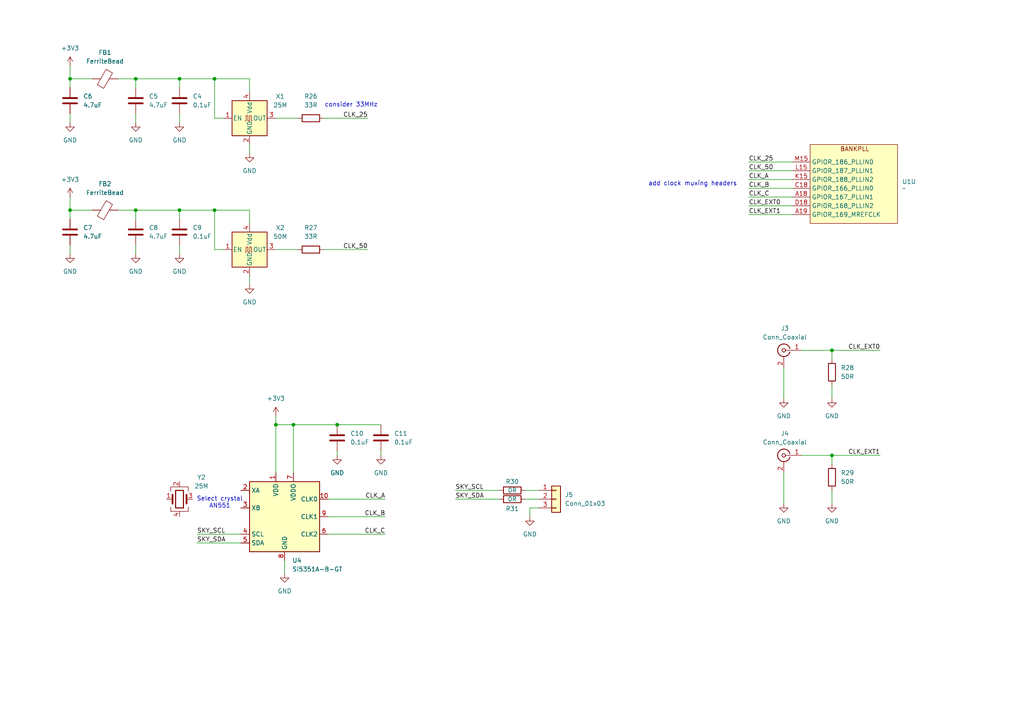
<source format=kicad_sch>
(kicad_sch (version 20231120) (generator "eeschema") (generator_version "8.0")
  (paper "A4")
  (junction (at 20.32 60.96))
  (junction (at 52.07 60.96))
  (junction (at 39.37 22.86))
  (junction (at 97.79 123.19))
  (junction (at 62.23 22.86))
  (junction (at 85.09 123.19))
  (junction (at 62.23 60.96))
  (junction (at 80.01 123.19))
  (junction (at 20.32 22.86))
  (junction (at 241.3 132.08))
  (junction (at 241.3 101.6))
  (junction (at 52.07 22.86))
  (junction (at 39.37 60.96))
  (wire (pts (xy 62.23 60.96) (xy 62.23 72.39)))
  (wire (pts (xy 39.37 22.86) (xy 39.37 25.4)))
  (wire (pts (xy 97.79 123.19) (xy 110.49 123.19)))
  (wire (pts (xy 39.37 33.02) (xy 39.37 35.56)))
  (wire (pts (xy 232.41 132.08) (xy 241.3 132.08)))
  (wire (pts (xy 95.25 149.86) (xy 111.76 149.86)))
  (wire (pts (xy 52.07 33.02) (xy 52.07 35.56)))
  (wire (pts (xy 93.98 72.39) (xy 106.68 72.39)))
  (wire (pts (xy 229.87 46.99) (xy 217.17 46.99)))
  (wire (pts (xy 153.67 147.32) (xy 156.21 147.32)))
  (wire (pts (xy 82.55 162.56) (xy 82.55 166.37)))
  (wire (pts (xy 72.39 60.96) (xy 62.23 60.96)))
  (wire (pts (xy 52.07 22.86) (xy 62.23 22.86)))
  (wire (pts (xy 227.33 106.68) (xy 227.33 115.57)))
  (wire (pts (xy 229.87 54.61) (xy 217.17 54.61)))
  (wire (pts (xy 20.32 57.15) (xy 20.32 60.96)))
  (wire (pts (xy 229.87 49.53) (xy 217.17 49.53)))
  (wire (pts (xy 72.39 64.77) (xy 72.39 60.96)))
  (wire (pts (xy 80.01 72.39) (xy 86.36 72.39)))
  (wire (pts (xy 152.4 144.78) (xy 156.21 144.78)))
  (wire (pts (xy 80.01 123.19) (xy 85.09 123.19)))
  (wire (pts (xy 153.67 149.86) (xy 153.67 147.32)))
  (wire (pts (xy 20.32 33.02) (xy 20.32 35.56)))
  (wire (pts (xy 72.39 41.91) (xy 72.39 44.45)))
  (wire (pts (xy 39.37 60.96) (xy 39.37 63.5)))
  (wire (pts (xy 34.29 60.96) (xy 39.37 60.96)))
  (wire (pts (xy 20.32 22.86) (xy 26.67 22.86)))
  (wire (pts (xy 241.3 101.6) (xy 255.27 101.6)))
  (wire (pts (xy 52.07 22.86) (xy 52.07 25.4)))
  (wire (pts (xy 229.87 57.15) (xy 217.17 57.15)))
  (wire (pts (xy 62.23 22.86) (xy 62.23 34.29)))
  (wire (pts (xy 52.07 60.96) (xy 62.23 60.96)))
  (wire (pts (xy 20.32 22.86) (xy 20.32 25.4)))
  (wire (pts (xy 80.01 137.16) (xy 80.01 123.19)))
  (wire (pts (xy 72.39 22.86) (xy 62.23 22.86)))
  (wire (pts (xy 20.32 19.05) (xy 20.32 22.86)))
  (wire (pts (xy 20.32 71.12) (xy 20.32 73.66)))
  (wire (pts (xy 85.09 137.16) (xy 85.09 123.19)))
  (wire (pts (xy 39.37 22.86) (xy 52.07 22.86)))
  (wire (pts (xy 20.32 60.96) (xy 26.67 60.96)))
  (wire (pts (xy 227.33 137.16) (xy 227.33 146.05)))
  (wire (pts (xy 39.37 71.12) (xy 39.37 73.66)))
  (wire (pts (xy 20.32 60.96) (xy 20.32 63.5)))
  (wire (pts (xy 52.07 60.96) (xy 52.07 63.5)))
  (wire (pts (xy 62.23 34.29) (xy 64.77 34.29)))
  (wire (pts (xy 34.29 22.86) (xy 39.37 22.86)))
  (wire (pts (xy 229.87 59.69) (xy 217.17 59.69)))
  (wire (pts (xy 232.41 101.6) (xy 241.3 101.6)))
  (wire (pts (xy 132.08 142.24) (xy 144.78 142.24)))
  (wire (pts (xy 93.98 34.29) (xy 106.68 34.29)))
  (wire (pts (xy 241.3 101.6) (xy 241.3 104.14)))
  (wire (pts (xy 95.25 144.78) (xy 111.76 144.78)))
  (wire (pts (xy 110.49 130.81) (xy 110.49 132.08)))
  (wire (pts (xy 39.37 60.96) (xy 52.07 60.96)))
  (wire (pts (xy 72.39 80.01) (xy 72.39 82.55)))
  (wire (pts (xy 241.3 132.08) (xy 241.3 134.62)))
  (wire (pts (xy 80.01 34.29) (xy 86.36 34.29)))
  (wire (pts (xy 132.08 144.78) (xy 144.78 144.78)))
  (wire (pts (xy 85.09 123.19) (xy 97.79 123.19)))
  (wire (pts (xy 229.87 62.23) (xy 217.17 62.23)))
  (wire (pts (xy 241.3 111.76) (xy 241.3 115.57)))
  (wire (pts (xy 241.3 142.24) (xy 241.3 146.05)))
  (wire (pts (xy 229.87 52.07) (xy 217.17 52.07)))
  (wire (pts (xy 97.79 130.81) (xy 97.79 132.08)))
  (wire (pts (xy 241.3 132.08) (xy 255.27 132.08)))
  (wire (pts (xy 72.39 26.67) (xy 72.39 22.86)))
  (wire (pts (xy 57.15 157.48) (xy 69.85 157.48)))
  (wire (pts (xy 62.23 72.39) (xy 64.77 72.39)))
  (wire (pts (xy 57.15 154.94) (xy 69.85 154.94)))
  (wire (pts (xy 95.25 154.94) (xy 111.76 154.94)))
  (wire (pts (xy 52.07 71.12) (xy 52.07 73.66)))
  (wire (pts (xy 152.4 142.24) (xy 156.21 142.24)))
  (wire (pts (xy 80.01 120.65) (xy 80.01 123.19)))
  (text "add clock muxing headers" (at 200.914 53.34 0) (effects (font (size 1.27 1.27))))
  (text "Select crystal\nAN551" (at 63.754 145.796 0) (effects (font (size 1.27 1.27))))
  (text "consider 33MHz" (at 101.854 30.48 0) (effects (font (size 1.27 1.27))))
  (label "CLK_25" (at 106.68 34.29 180))
  (label "CLK_B" (at 111.76 149.86 180))
  (label "SKY_SDA" (at 132.08 144.78 0))
  (label "CLK_EXT1" (at 255.27 132.08 180))
  (label "CLK_C" (at 111.76 154.94 180))
  (label "SKY_SDA" (at 57.15 157.48 0))
  (label "CLK_50" (at 217.17 49.53 0))
  (label "CLK_EXT1" (at 217.17 62.23 0))
  (label "CLK_A" (at 217.17 52.07 0))
  (label "CLK_A" (at 111.76 144.78 180))
  (label "CLK_B" (at 217.17 54.61 0))
  (label "CLK_25" (at 217.17 46.99 0))
  (label "CLK_EXT0" (at 217.17 59.69 0))
  (label "CLK_50" (at 106.68 72.39 180))
  (label "CLK_EXT0" (at 255.27 101.6 180))
  (label "CLK_C" (at 217.17 57.15 0))
  (label "SKY_SCL" (at 132.08 142.24 0))
  (label "SKY_SCL" (at 57.15 154.94 0))
  (symbol (lib_id "power:GND") (at 52.07 35.56 0) (unit 1)
    (property "Reference" "#PWR036" (effects (hide yes)))
    (property "Value" "GND" (at 52.07 40.64 0))
    (property "Description" "Power symbol creates a global label with name \"GND\" , ground" (effects (hide yes)))
  )
  (symbol (lib_id "power:+3V3") (at 20.32 57.15 0) (unit 1)
    (property "Reference" "#PWR039" (effects (hide yes)))
    (property "Value" "+3V3" (at 20.32 52.07 0))
    (property "Description" "Power symbol creates a global label with name \"+3V3\"" (effects (hide yes)))
  )
  (symbol (lib_id "Connector_Generic:Conn_01x03") (at 161.29 144.78 0) (unit 1)
    (property "Reference" "J5" (at 163.83 143.5099 0) (effects (justify left)))
    (property "Value" "Conn_01x03" (at 163.83 146.0499 0) (effects (justify left)))
    (property "Description" "Generic connector, single row, 01x03, script generated (kicad-library-utils/schlib/autogen/connector/)" (effects (hide yes)))
  )
  (symbol (lib_id "Oscillator:ASE-xxxMHz") (at 72.39 34.29 0) (unit 1)
    (property "Reference" "X1" (at 81.28 27.9714 0))
    (property "Value" "25M" (at 81.28 30.5114 0))
    (property "Footprint" "Oscillator:Oscillator_SMD_Abracon_ASE-4Pin_3.2x2.5mm" (effects (hide yes)))
    (property "Datasheet" "http://www.abracon.com/Oscillators/ASV.pdf" (effects (hide yes)))
    (property "Description" "3.3V CMOS SMD Crystal Clock Oscillator, Abracon" (effects (hide yes)))
    (property "Digikey" "https://www.digikey.com/en/products/detail/abracon-llc/ASE-25-000MHZ-L-R-T/2637770" (effects (hide yes)))
  )
  (symbol (lib_id "power:GND") (at 20.32 35.56 0) (unit 1)
    (property "Reference" "#PWR034" (effects (hide yes)))
    (property "Value" "GND" (at 20.32 40.64 0))
    (property "Description" "Power symbol creates a global label with name \"GND\" , ground" (effects (hide yes)))
  )
  (symbol (lib_id "power:GND") (at 227.33 115.57 0) (unit 1)
    (property "Reference" "#PWR044" (effects (hide yes)))
    (property "Value" "GND" (at 227.33 120.65 0))
    (property "Description" "Power symbol creates a global label with name \"GND\" , ground" (effects (hide yes)))
  )
  (symbol (lib_id "Connector:Conn_Coaxial") (at 227.33 132.08 0) (mirror y) (unit 1)
    (property "Reference" "J4" (at 227.6474 125.73 0))
    (property "Value" "Conn_Coaxial" (at 227.6474 128.27 0))
    (property "Description" "coaxial connector (BNC, SMA, SMB, SMC, Cinch/RCA, LEMO, ...)" (effects (hide yes)))
  )
  (symbol (lib_id "power:GND") (at 241.3 115.57 0) (unit 1)
    (property "Reference" "#PWR045" (effects (hide yes)))
    (property "Value" "GND" (at 241.3 120.65 0))
    (property "Description" "Power symbol creates a global label with name \"GND\" , ground" (effects (hide yes)))
  )
  (symbol (lib_id "power:GND") (at 52.07 73.66 0) (unit 1)
    (property "Reference" "#PWR042" (effects (hide yes)))
    (property "Value" "GND" (at 52.07 78.74 0))
    (property "Description" "Power symbol creates a global label with name \"GND\" , ground" (effects (hide yes)))
  )
  (symbol (lib_id "power:GND") (at 227.33 146.05 0) (unit 1)
    (property "Reference" "#PWR046" (effects (hide yes)))
    (property "Value" "GND" (at 227.33 151.13 0))
    (property "Description" "Power symbol creates a global label with name \"GND\" , ground" (effects (hide yes)))
  )
  (symbol (lib_id "power:GND") (at 82.55 166.37 0) (unit 1)
    (property "Reference" "#PWR048" (effects (hide yes)))
    (property "Value" "GND" (at 82.55 171.45 0))
    (property "Description" "Power symbol creates a global label with name \"GND\" , ground" (effects (hide yes)))
  )
  (symbol (lib_id "power:GND") (at 153.67 149.86 0) (unit 1)
    (property "Reference" "#PWR052" (effects (hide yes)))
    (property "Value" "GND" (at 153.67 154.94 0))
    (property "Description" "Power symbol creates a global label with name \"GND\" , ground" (effects (hide yes)))
  )
  (symbol (lib_id "Connector:Conn_Coaxial") (at 227.33 101.6 0) (mirror y) (unit 1)
    (property "Reference" "J3" (at 227.6474 95.25 0))
    (property "Value" "Conn_Coaxial" (at 227.6474 97.79 0))
    (property "Description" "coaxial connector (BNC, SMA, SMB, SMC, Cinch/RCA, LEMO, ...)" (effects (hide yes)))
  )
  (symbol (lib_id "power:GND") (at 241.3 146.05 0) (unit 1)
    (property "Reference" "#PWR047" (effects (hide yes)))
    (property "Value" "GND" (at 241.3 151.13 0))
    (property "Description" "Power symbol creates a global label with name \"GND\" , ground" (effects (hide yes)))
  )
  (symbol (lib_id "Device:FerriteBead") (at 30.48 22.86 90) (unit 1)
    (property "Reference" "FB1" (at 30.4292 15.24 90))
    (property "Value" "FerriteBead" (at 30.4292 17.78 90))
    (property "Description" "Ferrite bead" (effects (hide yes)))
  )
  (symbol (lib_id "Device:FerriteBead") (at 30.48 60.96 90) (unit 1)
    (property "Reference" "FB2" (at 30.4292 53.34 90))
    (property "Value" "FerriteBead" (at 30.4292 55.88 90))
    (property "Description" "Ferrite bead" (effects (hide yes)))
  )
  (symbol (lib_id "Device:C") (at 110.49 127 0) (unit 1)
    (property "Reference" "C11" (at 114.3 125.7299 0) (effects (justify left)))
    (property "Value" "0.1uF" (at 114.3 128.2699 0) (effects (justify left)))
    (property "Description" "Unpolarized capacitor" (effects (hide yes)))
  )
  (symbol (lib_id "Device:R") (at 148.59 142.24 90) (unit 1)
    (property "Reference" "R30" (at 148.59 139.7 90))
    (property "Value" "0R" (at 148.59 142.24 90))
    (property "Description" "Resistor" (effects (hide yes)))
  )
  (symbol (lib_id "power:GND") (at 39.37 73.66 0) (unit 1)
    (property "Reference" "#PWR041" (effects (hide yes)))
    (property "Value" "GND" (at 39.37 78.74 0))
    (property "Description" "Power symbol creates a global label with name \"GND\" , ground" (effects (hide yes)))
  )
  (symbol (lib_id "Device:Crystal_GND24") (at 52.07 144.78 0) (unit 1)
    (property "Reference" "Y2" (at 58.42 138.4614 0))
    (property "Value" "25M" (at 58.42 141.0014 0))
    (property "Footprint" "Crystal:Crystal_SMD_MicroCrystal_CC4V-T1A-2Pin_5.0x1.9mm_HandSoldering" (effects (hide yes)))
    (property "Description" "Four pin crystal, GND on pins 2 and 4" (effects (hide yes)))
  )
  (symbol (lib_id "power:GND") (at 97.79 132.08 0) (unit 1)
    (property "Reference" "#PWR049" (effects (hide yes)))
    (property "Value" "GND" (at 97.79 137.16 0))
    (property "Description" "Power symbol creates a global label with name \"GND\" , ground" (effects (hide yes)))
  )
  (symbol (lib_id "power:+3V3") (at 80.01 120.65 0) (unit 1)
    (property "Reference" "#PWR051" (effects (hide yes)))
    (property "Value" "+3V3" (at 80.01 115.57 0))
    (property "Description" "Power symbol creates a global label with name \"+3V3\"" (effects (hide yes)))
  )
  (symbol (lib_id "power:+3V3") (at 20.32 19.05 0) (unit 1)
    (property "Reference" "#PWR037" (effects (hide yes)))
    (property "Value" "+3V3" (at 20.32 13.97 0))
    (property "Description" "Power symbol creates a global label with name \"+3V3\"" (effects (hide yes)))
  )
  (symbol (lib_id "IC:T120F484") (at 229.87 43.18 0) (unit 21)
    (property "Reference" "U1" (at 261.62 52.7049 0) (effects (justify left)))
    (property "Value" "~" (at 261.62 54.61 0) (effects (justify left)))
    (property "Footprint" "Package_BGA:BGA-484_22x22_18.0x18.0mm" (effects (hide yes)))
    (property "Digikey" "https://www.digikey.com/en/products/detail/efinix-inc/T120F484I4/11591378" (effects (hide yes)))
  )
  (symbol (lib_id "Device:C") (at 97.79 127 0) (unit 1)
    (property "Reference" "C10" (at 101.6 125.7299 0) (effects (justify left)))
    (property "Value" "0.1uF" (at 101.6 128.2699 0) (effects (justify left)))
    (property "Description" "Unpolarized capacitor" (effects (hide yes)))
  )
  (symbol (lib_id "Device:R") (at 90.17 34.29 90) (unit 1)
    (property "Reference" "R26" (at 90.17 27.94 90))
    (property "Value" "33R" (at 90.17 30.48 90))
    (property "Description" "Resistor" (effects (hide yes)))
  )
  (symbol (lib_id "Device:R") (at 241.3 107.95 0) (unit 1)
    (property "Reference" "R28" (at 243.84 106.6799 0) (effects (justify left)))
    (property "Value" "50R" (at 243.84 109.2199 0) (effects (justify left)))
    (property "Description" "Resistor" (effects (hide yes)))
  )
  (symbol (lib_id "Oscillator:Si5351A-B-GT") (at 82.55 149.86 0) (unit 1)
    (property "Reference" "U4" (at 84.7441 162.56 0) (effects (justify left)))
    (property "Value" "Si5351A-B-GT" (at 84.7441 165.1 0) (effects (justify left)))
    (property "Footprint" "Package_SO:MSOP-10_3x3mm_P0.5mm" (effects (hide yes)))
    (property "Datasheet" "https://www.silabs.com/documents/public/data-sheets/Si5351-B.pdf" (effects (hide yes)))
    (property "Description" "I2C Programmable Any-Frequency CMOS Clock Generator, MSOP-8" (effects (hide yes)))
    (property "Digikey" "https://www.digikey.com/en/products/detail/skyworks-solutions-inc/SI5351A-B04486-GT/5799560" (effects (hide yes)))
  )
  (symbol (lib_id "Device:C") (at 20.32 29.21 0) (unit 1)
    (property "Reference" "C6" (at 24.13 27.9399 0) (effects (justify left)))
    (property "Value" "4.7uF" (at 24.13 30.4799 0) (effects (justify left)))
    (property "Description" "Unpolarized capacitor" (effects (hide yes)))
  )
  (symbol (lib_id "Oscillator:ASE-xxxMHz") (at 72.39 72.39 0) (unit 1)
    (property "Reference" "X2" (at 81.28 66.0714 0))
    (property "Value" "50M" (at 81.28 68.6114 0))
    (property "Footprint" "Oscillator:Oscillator_SMD_Abracon_ASE-4Pin_3.2x2.5mm" (effects (hide yes)))
    (property "Datasheet" "http://www.abracon.com/Oscillators/ASV.pdf" (effects (hide yes)))
    (property "Description" "3.3V CMOS SMD Crystal Clock Oscillator, Abracon" (effects (hide yes)))
    (property "Digikey" "https://www.digikey.com/en/products/detail/abracon-llc/ASE-50-000MHZ-L-R-T/2637780" (effects (hide yes)))
  )
  (symbol (lib_id "power:GND") (at 39.37 35.56 0) (unit 1)
    (property "Reference" "#PWR035" (effects (hide yes)))
    (property "Value" "GND" (at 39.37 40.64 0))
    (property "Description" "Power symbol creates a global label with name \"GND\" , ground" (effects (hide yes)))
  )
  (symbol (lib_id "Device:C") (at 20.32 67.31 0) (unit 1)
    (property "Reference" "C7" (at 24.13 66.0399 0) (effects (justify left)))
    (property "Value" "4.7uF" (at 24.13 68.5799 0) (effects (justify left)))
    (property "Description" "Unpolarized capacitor" (effects (hide yes)))
  )
  (symbol (lib_id "Device:R") (at 241.3 138.43 0) (unit 1)
    (property "Reference" "R29" (at 243.84 137.1599 0) (effects (justify left)))
    (property "Value" "50R" (at 243.84 139.6999 0) (effects (justify left)))
    (property "Description" "Resistor" (effects (hide yes)))
  )
  (symbol (lib_id "power:GND") (at 20.32 73.66 0) (unit 1)
    (property "Reference" "#PWR040" (effects (hide yes)))
    (property "Value" "GND" (at 20.32 78.74 0))
    (property "Description" "Power symbol creates a global label with name \"GND\" , ground" (effects (hide yes)))
  )
  (symbol (lib_id "Device:R") (at 148.59 144.78 90) (unit 1)
    (property "Reference" "R31" (at 148.59 147.574 90))
    (property "Value" "0R" (at 148.59 144.78 90))
    (property "Description" "Resistor" (effects (hide yes)))
  )
  (symbol (lib_id "power:GND") (at 110.49 132.08 0) (unit 1)
    (property "Reference" "#PWR050" (effects (hide yes)))
    (property "Value" "GND" (at 110.49 137.16 0))
    (property "Description" "Power symbol creates a global label with name \"GND\" , ground" (effects (hide yes)))
  )
  (symbol (lib_id "Device:C") (at 39.37 67.31 0) (unit 1)
    (property "Reference" "C8" (at 43.18 66.0399 0) (effects (justify left)))
    (property "Value" "4.7uF" (at 43.18 68.5799 0) (effects (justify left)))
    (property "Description" "Unpolarized capacitor" (effects (hide yes)))
  )
  (symbol (lib_id "Device:C") (at 39.37 29.21 0) (unit 1)
    (property "Reference" "C5" (at 43.18 27.9399 0) (effects (justify left)))
    (property "Value" "4.7uF" (at 43.18 30.4799 0) (effects (justify left)))
    (property "Description" "Unpolarized capacitor" (effects (hide yes)))
  )
  (symbol (lib_id "Device:C") (at 52.07 67.31 0) (unit 1)
    (property "Reference" "C9" (at 55.88 66.0399 0) (effects (justify left)))
    (property "Value" "0.1uF" (at 55.88 68.5799 0) (effects (justify left)))
    (property "Description" "Unpolarized capacitor" (effects (hide yes)))
  )
  (symbol (lib_id "power:GND") (at 72.39 82.55 0) (unit 1)
    (property "Reference" "#PWR043" (effects (hide yes)))
    (property "Value" "GND" (at 72.39 87.63 0))
    (property "Description" "Power symbol creates a global label with name \"GND\" , ground" (effects (hide yes)))
  )
  (symbol (lib_id "Device:C") (at 52.07 29.21 0) (unit 1)
    (property "Reference" "C4" (at 55.88 27.9399 0) (effects (justify left)))
    (property "Value" "0.1uF" (at 55.88 30.4799 0) (effects (justify left)))
    (property "Description" "Unpolarized capacitor" (effects (hide yes)))
  )
  (symbol (lib_id "power:GND") (at 72.39 44.45 0) (unit 1)
    (property "Reference" "#PWR038" (effects (hide yes)))
    (property "Value" "GND" (at 72.39 49.53 0))
    (property "Description" "Power symbol creates a global label with name \"GND\" , ground" (effects (hide yes)))
  )
  (symbol (lib_id "Device:R") (at 90.17 72.39 90) (unit 1)
    (property "Reference" "R27" (at 90.17 66.04 90))
    (property "Value" "33R" (at 90.17 68.58 90))
    (property "Description" "Resistor" (effects (hide yes)))
  )
)
</source>
